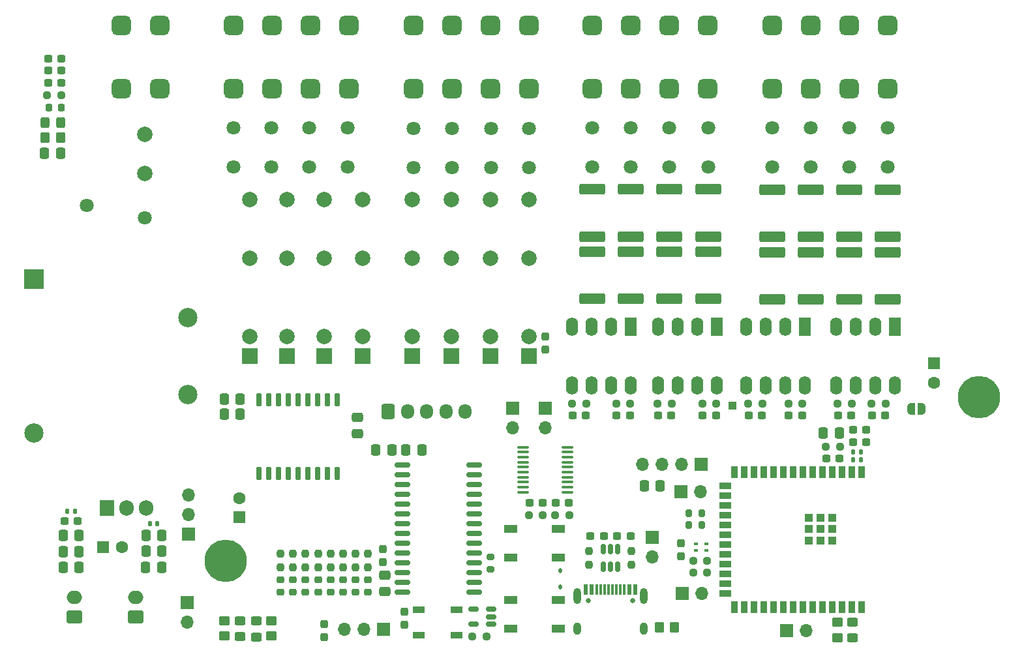
<source format=gbr>
%TF.GenerationSoftware,KiCad,Pcbnew,8.0.4*%
%TF.CreationDate,2024-08-24T15:41:41+02:00*%
%TF.ProjectId,hamodule,68616d6f-6475-46c6-952e-6b696361645f,20240821.23.8*%
%TF.SameCoordinates,Original*%
%TF.FileFunction,Soldermask,Top*%
%TF.FilePolarity,Negative*%
%FSLAX46Y46*%
G04 Gerber Fmt 4.6, Leading zero omitted, Abs format (unit mm)*
G04 Created by KiCad (PCBNEW 8.0.4) date 2024-08-24 15:41:41*
%MOMM*%
%LPD*%
G01*
G04 APERTURE LIST*
G04 Aperture macros list*
%AMRoundRect*
0 Rectangle with rounded corners*
0 $1 Rounding radius*
0 $2 $3 $4 $5 $6 $7 $8 $9 X,Y pos of 4 corners*
0 Add a 4 corners polygon primitive as box body*
4,1,4,$2,$3,$4,$5,$6,$7,$8,$9,$2,$3,0*
0 Add four circle primitives for the rounded corners*
1,1,$1+$1,$2,$3*
1,1,$1+$1,$4,$5*
1,1,$1+$1,$6,$7*
1,1,$1+$1,$8,$9*
0 Add four rect primitives between the rounded corners*
20,1,$1+$1,$2,$3,$4,$5,0*
20,1,$1+$1,$4,$5,$6,$7,0*
20,1,$1+$1,$6,$7,$8,$9,0*
20,1,$1+$1,$8,$9,$2,$3,0*%
%AMFreePoly0*
4,1,19,0.500000,-0.750000,0.000000,-0.750000,0.000000,-0.744911,-0.071157,-0.744911,-0.207708,-0.704816,-0.327430,-0.627875,-0.420627,-0.520320,-0.479746,-0.390866,-0.500000,-0.250000,-0.500000,0.250000,-0.479746,0.390866,-0.420627,0.520320,-0.327430,0.627875,-0.207708,0.704816,-0.071157,0.744911,0.000000,0.744911,0.000000,0.750000,0.500000,0.750000,0.500000,-0.750000,0.500000,-0.750000,
$1*%
%AMFreePoly1*
4,1,19,0.000000,0.744911,0.071157,0.744911,0.207708,0.704816,0.327430,0.627875,0.420627,0.520320,0.479746,0.390866,0.500000,0.250000,0.500000,-0.250000,0.479746,-0.390866,0.420627,-0.520320,0.327430,-0.627875,0.207708,-0.704816,0.071157,-0.744911,0.000000,-0.744911,0.000000,-0.750000,-0.500000,-0.750000,-0.500000,0.750000,0.000000,0.750000,0.000000,0.744911,0.000000,0.744911,
$1*%
G04 Aperture macros list end*
%ADD10R,1.700000X1.700000*%
%ADD11O,1.700000X1.700000*%
%ADD12RoundRect,0.249999X-1.425001X0.450001X-1.425001X-0.450001X1.425001X-0.450001X1.425001X0.450001X0*%
%ADD13C,1.800000*%
%ADD14RoundRect,0.250000X0.450000X-0.325000X0.450000X0.325000X-0.450000X0.325000X-0.450000X-0.325000X0*%
%ADD15RoundRect,0.250000X0.450000X-0.350000X0.450000X0.350000X-0.450000X0.350000X-0.450000X-0.350000X0*%
%ADD16RoundRect,0.250000X0.750000X-0.600000X0.750000X0.600000X-0.750000X0.600000X-0.750000X-0.600000X0*%
%ADD17O,2.000000X1.700000*%
%ADD18RoundRect,0.250000X0.337500X0.475000X-0.337500X0.475000X-0.337500X-0.475000X0.337500X-0.475000X0*%
%ADD19R,2.500000X2.500000*%
%ADD20C,2.500000*%
%ADD21R,1.905000X2.000000*%
%ADD22O,1.905000X2.000000*%
%ADD23RoundRect,0.625000X0.625000X0.625000X-0.625000X0.625000X-0.625000X-0.625000X0.625000X-0.625000X0*%
%ADD24C,2.000000*%
%ADD25R,1.600000X2.400000*%
%ADD26O,1.600000X2.400000*%
%ADD27RoundRect,0.237500X-0.250000X-0.237500X0.250000X-0.237500X0.250000X0.237500X-0.250000X0.237500X0*%
%ADD28RoundRect,0.237500X0.300000X0.237500X-0.300000X0.237500X-0.300000X-0.237500X0.300000X-0.237500X0*%
%ADD29R,1.800000X1.100000*%
%ADD30RoundRect,0.237500X-0.300000X-0.237500X0.300000X-0.237500X0.300000X0.237500X-0.300000X0.237500X0*%
%ADD31RoundRect,0.237500X-0.237500X0.300000X-0.237500X-0.300000X0.237500X-0.300000X0.237500X0.300000X0*%
%ADD32RoundRect,0.150000X0.150000X-0.725000X0.150000X0.725000X-0.150000X0.725000X-0.150000X-0.725000X0*%
%ADD33R,1.600000X1.600000*%
%ADD34C,1.600000*%
%ADD35RoundRect,0.237500X0.237500X-0.250000X0.237500X0.250000X-0.237500X0.250000X-0.237500X-0.250000X0*%
%ADD36RoundRect,0.218750X0.256250X-0.218750X0.256250X0.218750X-0.256250X0.218750X-0.256250X-0.218750X0*%
%ADD37R,2.000000X2.000000*%
%ADD38RoundRect,0.150000X0.512500X0.150000X-0.512500X0.150000X-0.512500X-0.150000X0.512500X-0.150000X0*%
%ADD39RoundRect,0.200000X0.200000X0.275000X-0.200000X0.275000X-0.200000X-0.275000X0.200000X-0.275000X0*%
%ADD40R,0.900000X1.500000*%
%ADD41R,1.500000X0.900000*%
%ADD42R,1.000000X1.000000*%
%ADD43RoundRect,0.237500X0.237500X-0.300000X0.237500X0.300000X-0.237500X0.300000X-0.237500X-0.300000X0*%
%ADD44RoundRect,0.200000X-0.275000X0.200000X-0.275000X-0.200000X0.275000X-0.200000X0.275000X0.200000X0*%
%ADD45RoundRect,0.250000X-0.450000X0.325000X-0.450000X-0.325000X0.450000X-0.325000X0.450000X0.325000X0*%
%ADD46RoundRect,0.250000X-0.337500X-0.475000X0.337500X-0.475000X0.337500X0.475000X-0.337500X0.475000X0*%
%ADD47RoundRect,0.112500X0.112500X-0.187500X0.112500X0.187500X-0.112500X0.187500X-0.112500X-0.187500X0*%
%ADD48RoundRect,0.250000X0.350000X0.450000X-0.350000X0.450000X-0.350000X-0.450000X0.350000X-0.450000X0*%
%ADD49RoundRect,0.140000X-0.140000X-0.170000X0.140000X-0.170000X0.140000X0.170000X-0.140000X0.170000X0*%
%ADD50C,0.650000*%
%ADD51R,0.600000X1.450000*%
%ADD52R,0.300000X1.450000*%
%ADD53O,1.000000X2.100000*%
%ADD54O,1.000000X1.600000*%
%ADD55RoundRect,0.250000X-0.600000X-0.725000X0.600000X-0.725000X0.600000X0.725000X-0.600000X0.725000X0*%
%ADD56O,1.700000X1.950000*%
%ADD57RoundRect,0.100000X0.637500X0.100000X-0.637500X0.100000X-0.637500X-0.100000X0.637500X-0.100000X0*%
%ADD58RoundRect,0.250000X0.325000X0.450000X-0.325000X0.450000X-0.325000X-0.450000X0.325000X-0.450000X0*%
%ADD59RoundRect,0.250000X-0.475000X0.337500X-0.475000X-0.337500X0.475000X-0.337500X0.475000X0.337500X0*%
%ADD60C,5.500000*%
%ADD61RoundRect,0.140000X0.140000X0.170000X-0.140000X0.170000X-0.140000X-0.170000X0.140000X-0.170000X0*%
%ADD62RoundRect,0.250000X-0.350000X-0.450000X0.350000X-0.450000X0.350000X0.450000X-0.350000X0.450000X0*%
%ADD63R,0.500000X0.300000*%
%ADD64RoundRect,0.150000X-0.875000X-0.150000X0.875000X-0.150000X0.875000X0.150000X-0.875000X0.150000X0*%
%ADD65RoundRect,0.150000X0.150000X-0.512500X0.150000X0.512500X-0.150000X0.512500X-0.150000X-0.512500X0*%
%ADD66RoundRect,0.237500X0.250000X0.237500X-0.250000X0.237500X-0.250000X-0.237500X0.250000X-0.237500X0*%
%ADD67FreePoly0,0.000000*%
%ADD68FreePoly1,0.000000*%
%ADD69RoundRect,0.218750X0.218750X0.256250X-0.218750X0.256250X-0.218750X-0.256250X0.218750X-0.256250X0*%
G04 APERTURE END LIST*
D10*
%TO.C,J5*%
X23674000Y5448400D03*
D11*
X23674000Y2908400D03*
%TD*%
D12*
%TO.C,R12*%
X76275000Y59056900D03*
X76275000Y52956900D03*
%TD*%
%TO.C,R11*%
X81228000Y59056900D03*
X81228000Y52956900D03*
%TD*%
D13*
%TO.C,RV1*%
X10626400Y57005330D03*
X18126400Y55372000D03*
%TD*%
D12*
%TO.C,R19*%
X81228000Y51005100D03*
X81228000Y44905100D03*
%TD*%
%TO.C,R20*%
X76275000Y51005100D03*
X76275000Y44905100D03*
%TD*%
D14*
%TO.C,D2*%
X30524000Y993400D03*
X30524000Y3043400D03*
%TD*%
D15*
%TO.C,R7*%
X28524000Y1068400D03*
X28524000Y3068400D03*
%TD*%
D16*
%TO.C,J1*%
X16963300Y3568700D03*
D17*
X16963300Y6068700D03*
%TD*%
D18*
%TO.C,C14*%
X9644200Y14098600D03*
X7569200Y14098600D03*
%TD*%
%TO.C,C8*%
X20361500Y12068400D03*
X18286500Y12068400D03*
%TD*%
D19*
%TO.C,PS1*%
X3780000Y47421800D03*
D20*
X3780000Y27421800D03*
X23780000Y32421800D03*
X23780000Y42421800D03*
%TD*%
D21*
%TO.C,U1*%
X13242700Y17729200D03*
D22*
X15782700Y17729200D03*
X18322700Y17729200D03*
%TD*%
D23*
%TO.C,J15*%
X44691800Y72136000D03*
X44691800Y80335999D03*
X39691800Y72136000D03*
X39691800Y80335999D03*
X34691800Y72136000D03*
X34691800Y80335999D03*
X29691800Y72136000D03*
X29691800Y80335999D03*
%TD*%
%TO.C,J2*%
X20144000Y72112401D03*
X20144000Y80312400D03*
X15144000Y72112401D03*
X15144000Y80312400D03*
%TD*%
%TO.C,J7*%
X91264000Y72140201D03*
X91264000Y80340200D03*
X86264000Y72140201D03*
X86264000Y80340200D03*
X81264000Y72140201D03*
X81264000Y80340200D03*
X76264000Y72140201D03*
X76264000Y80340200D03*
%TD*%
D24*
%TO.C,F1*%
X18161000Y66243200D03*
X18151000Y61163200D03*
%TD*%
D25*
%TO.C,U4*%
X115513178Y41232282D03*
D26*
X112973178Y41232282D03*
X110433178Y41232282D03*
X107893178Y41232282D03*
X107893178Y33612282D03*
X110433178Y33612282D03*
X112973178Y33612282D03*
X115513178Y33612282D03*
%TD*%
D12*
%TO.C,R21*%
X91286400Y51005100D03*
X91286400Y44905100D03*
%TD*%
%TO.C,R10*%
X86257200Y59056900D03*
X86257200Y52956900D03*
%TD*%
%TO.C,R9*%
X91286400Y59056900D03*
X91286400Y52956900D03*
%TD*%
D25*
%TO.C,U7*%
X81205300Y41228800D03*
D26*
X78665300Y41228800D03*
X76125300Y41228800D03*
X73585300Y41228800D03*
X73585300Y33608800D03*
X76125300Y33608800D03*
X78665300Y33608800D03*
X81205300Y33608800D03*
%TD*%
D25*
%TO.C,U6*%
X92381300Y41228800D03*
D26*
X89841300Y41228800D03*
X87301300Y41228800D03*
X84761300Y41228800D03*
X84761300Y33608800D03*
X87301300Y33608800D03*
X89841300Y33608800D03*
X92381300Y33608800D03*
%TD*%
D12*
%TO.C,R22*%
X86257200Y51005100D03*
X86257200Y44905100D03*
%TD*%
D27*
%TO.C,R1*%
X106588402Y25681201D03*
X108413402Y25681201D03*
%TD*%
D28*
%TO.C,C3*%
X108350902Y24157201D03*
X106625902Y24157201D03*
%TD*%
D16*
%TO.C,J4*%
X9038500Y3568700D03*
D17*
X9038500Y6068700D03*
%TD*%
D29*
%TO.C,SW2*%
X65671000Y14968400D03*
X71871000Y14968400D03*
X65671000Y11268400D03*
X71871000Y11268400D03*
%TD*%
%TO.C,SW3*%
X65669800Y5765800D03*
X71869800Y5765800D03*
X65669800Y2065800D03*
X71869800Y2065800D03*
%TD*%
D10*
%TO.C,J10*%
X101429402Y1808701D03*
D11*
X103969402Y1808701D03*
%TD*%
D30*
%TO.C,C6*%
X110099000Y26268400D03*
X111824000Y26268400D03*
%TD*%
D31*
%TO.C,C30*%
X87779402Y13161201D03*
X87779402Y11436201D03*
%TD*%
D10*
%TO.C,J19*%
X70124000Y30608400D03*
D11*
X70124000Y28068400D03*
%TD*%
D28*
%TO.C,C11*%
X77724000Y14078701D03*
X75999000Y14078701D03*
%TD*%
D14*
%TO.C,D3*%
X32624000Y968400D03*
X32624000Y3018400D03*
%TD*%
D32*
%TO.C,U11*%
X32964000Y22168400D03*
X34234000Y22168400D03*
X35504000Y22168400D03*
X36774000Y22168400D03*
X38044000Y22168400D03*
X39314000Y22168400D03*
X40584000Y22168400D03*
X41854000Y22168400D03*
X43124000Y22168400D03*
X43124000Y31718400D03*
X41854000Y31718400D03*
X40584000Y31718400D03*
X39314000Y31718400D03*
X38044000Y31718400D03*
X36774000Y31718400D03*
X35504000Y31718400D03*
X34234000Y31718400D03*
X32964000Y31718400D03*
%TD*%
D33*
%TO.C,C19*%
X120624000Y36468400D03*
D34*
X120624000Y33968400D03*
%TD*%
D10*
%TO.C,J14*%
X90364000Y23368400D03*
D11*
X87824000Y23368400D03*
X85284000Y23368400D03*
X82744000Y23368400D03*
%TD*%
D35*
%TO.C,R46*%
X37396000Y9965496D03*
X37396000Y11790496D03*
%TD*%
D23*
%TO.C,J6*%
X114621702Y72140201D03*
X114621702Y80340200D03*
X109621702Y72140201D03*
X109621702Y80340200D03*
X104621702Y72140201D03*
X104621702Y80340200D03*
X99621702Y72140201D03*
X99621702Y80340200D03*
%TD*%
%TO.C,J16*%
X68059800Y72136000D03*
X68059800Y80335999D03*
X63059800Y72136000D03*
X63059800Y80335999D03*
X58059800Y72136000D03*
X58059800Y80335999D03*
X53059800Y72136000D03*
X53059800Y80335999D03*
%TD*%
D35*
%TO.C,R45*%
X35770400Y9967396D03*
X35770400Y11792396D03*
%TD*%
D12*
%TO.C,R25*%
X104583200Y50900600D03*
X104583200Y44800600D03*
%TD*%
D30*
%TO.C,C25*%
X96524002Y29707101D03*
X98249002Y29707101D03*
%TD*%
D28*
%TO.C,C40*%
X7324000Y74468400D03*
X5599000Y74468400D03*
%TD*%
D12*
%TO.C,R15*%
X104583200Y59032600D03*
X104583200Y52932600D03*
%TD*%
D36*
%TO.C,D5*%
X35770400Y6790296D03*
X35770400Y8365296D03*
%TD*%
D30*
%TO.C,C23*%
X108156102Y29707101D03*
X109881102Y29707101D03*
%TD*%
D13*
%TO.C,F15*%
X58026800Y61849000D03*
X58026800Y66929000D03*
%TD*%
D15*
%TO.C,R8*%
X34624000Y1068400D03*
X34624000Y3068400D03*
%TD*%
D27*
%TO.C,R32*%
X84738626Y31255920D03*
X86563626Y31255920D03*
%TD*%
D37*
%TO.C,K5*%
X52911000Y37424500D03*
D24*
X52911000Y39964500D03*
X52911000Y50124500D03*
X52911000Y57744500D03*
%TD*%
D10*
%TO.C,J12*%
X87724000Y19768400D03*
D11*
X90264000Y19768400D03*
%TD*%
D13*
%TO.C,F4*%
X81228000Y61952500D03*
X81228000Y67032500D03*
%TD*%
D35*
%TO.C,R50*%
X43898400Y9967396D03*
X43898400Y11792396D03*
%TD*%
%TO.C,R49*%
X42272800Y9965496D03*
X42272800Y11790496D03*
%TD*%
D12*
%TO.C,R26*%
X99644200Y50852800D03*
X99644200Y44752800D03*
%TD*%
D27*
%TO.C,R34*%
X73611526Y31255920D03*
X75436526Y31255920D03*
%TD*%
D38*
%TO.C,U10*%
X63124000Y2641600D03*
X63124000Y3591600D03*
X63124000Y4541600D03*
X60849000Y4541600D03*
X60849000Y2641600D03*
%TD*%
D39*
%TO.C,R5*%
X90454402Y16988701D03*
X88804402Y16988701D03*
%TD*%
D33*
%TO.C,C18*%
X30424000Y16486020D03*
D34*
X30424000Y18986020D03*
%TD*%
D27*
%TO.C,R27*%
X112511500Y31231101D03*
X114336500Y31231101D03*
%TD*%
D12*
%TO.C,R16*%
X99644200Y58982800D03*
X99644200Y52882800D03*
%TD*%
D39*
%TO.C,R6*%
X90454402Y15513701D03*
X88804402Y15513701D03*
%TD*%
D40*
%TO.C,U3*%
X111239402Y22348701D03*
X109969402Y22348701D03*
X108699402Y22348701D03*
X107429402Y22348701D03*
X106159402Y22348701D03*
X104889402Y22348701D03*
X103619402Y22348701D03*
X102349402Y22348701D03*
X101079402Y22348701D03*
X99809402Y22348701D03*
X98539402Y22348701D03*
X97269402Y22348701D03*
X95999402Y22348701D03*
X94729402Y22348701D03*
D41*
X93479402Y20583701D03*
X93479402Y19313701D03*
X93479402Y18043701D03*
X93479402Y16773701D03*
X93479402Y15503701D03*
X93479402Y14233701D03*
X93479402Y12963701D03*
X93479402Y11693701D03*
X93479402Y10423701D03*
X93479402Y9153701D03*
X93479402Y7883701D03*
X93479402Y6613701D03*
D40*
X94729402Y4848701D03*
X95999402Y4848701D03*
X97269402Y4848701D03*
X98539402Y4848701D03*
X99809402Y4848701D03*
X101079402Y4848701D03*
X102349402Y4848701D03*
X103619402Y4848701D03*
X104889402Y4848701D03*
X106159402Y4848701D03*
X107429402Y4848701D03*
X108699402Y4848701D03*
X109969402Y4848701D03*
X111239402Y4848701D03*
D42*
X107389402Y16458701D03*
X105889402Y16458701D03*
X104389402Y16458701D03*
X107389402Y14958701D03*
X105889402Y14958701D03*
X104389402Y14958701D03*
X107389402Y13458701D03*
X105889402Y13458701D03*
X104389402Y13458701D03*
%TD*%
D12*
%TO.C,R13*%
X114616200Y59032600D03*
X114616200Y52932600D03*
%TD*%
D36*
%TO.C,D10*%
X43898400Y6790396D03*
X43898400Y8365396D03*
%TD*%
D37*
%TO.C,K6*%
X57991000Y37424500D03*
D24*
X57991000Y39964500D03*
X57991000Y50124500D03*
X57991000Y57744500D03*
%TD*%
D27*
%TO.C,R44*%
X60659400Y1051600D03*
X62484400Y1051600D03*
%TD*%
D13*
%TO.C,F2*%
X91286400Y61952500D03*
X91286400Y67032500D03*
%TD*%
D10*
%TO.C,J17*%
X65924000Y30608400D03*
D11*
X65924000Y28068400D03*
%TD*%
D10*
%TO.C,J13*%
X84039402Y13923701D03*
D11*
X84039402Y11383701D03*
%TD*%
D13*
%TO.C,F7*%
X109626400Y61950600D03*
X109626400Y67030600D03*
%TD*%
D43*
%TO.C,C31*%
X51839200Y2540700D03*
X51839200Y4265700D03*
%TD*%
D44*
%TO.C,R43*%
X63024000Y11368400D03*
X63024000Y9718400D03*
%TD*%
D10*
%TO.C,J11*%
X87929800Y6578600D03*
D11*
X90469800Y6578600D03*
%TD*%
D27*
%TO.C,R29*%
X101706402Y31231101D03*
X103531402Y31231101D03*
%TD*%
D42*
%TO.C,TP1*%
X94424000Y30968400D03*
%TD*%
D45*
%TO.C,D13*%
X110058200Y2879200D03*
X110058200Y829200D03*
%TD*%
D46*
%TO.C,C35*%
X48149000Y25268400D03*
X50224000Y25268400D03*
%TD*%
D43*
%TO.C,C34*%
X49024000Y10668400D03*
X49024000Y12393400D03*
%TD*%
D47*
%TO.C,D1*%
X72124000Y7468400D03*
X72124000Y9568400D03*
%TD*%
D13*
%TO.C,F8*%
X104621800Y61950600D03*
X104621800Y67030600D03*
%TD*%
%TO.C,F13*%
X44532300Y61935500D03*
X44532300Y67015500D03*
%TD*%
D25*
%TO.C,U5*%
X103829178Y41232282D03*
D26*
X101289178Y41232282D03*
X98749178Y41232282D03*
X96209178Y41232282D03*
X96209178Y33612282D03*
X98749178Y33612282D03*
X101289178Y33612282D03*
X103829178Y33612282D03*
%TD*%
D12*
%TO.C,R14*%
X109637800Y59032600D03*
X109637800Y52932600D03*
%TD*%
D28*
%TO.C,C22*%
X114286500Y29707101D03*
X112561500Y29707101D03*
%TD*%
D18*
%TO.C,C15*%
X9644200Y12041200D03*
X7569200Y12041200D03*
%TD*%
D10*
%TO.C,J8*%
X49116800Y1966700D03*
D11*
X46576800Y1966700D03*
X44036800Y1966700D03*
%TD*%
D30*
%TO.C,C42*%
X5599000Y72868400D03*
X7324000Y72868400D03*
%TD*%
D48*
%TO.C,R55*%
X7224000Y65768400D03*
X5224000Y65768400D03*
%TD*%
D49*
%TO.C,C44*%
X110144000Y24968400D03*
X111104000Y24968400D03*
%TD*%
D13*
%TO.C,F14*%
X53073800Y61849000D03*
X53073800Y66929000D03*
%TD*%
D50*
%TO.C,J3*%
X75715402Y5692801D03*
X81495402Y5692801D03*
D51*
X75355402Y7137801D03*
X76155402Y7137801D03*
D52*
X77355402Y7137801D03*
X78355402Y7137801D03*
X78855402Y7137801D03*
X79855402Y7137801D03*
D51*
X81055402Y7137801D03*
X81855402Y7137801D03*
X81855402Y7137801D03*
X81055402Y7137801D03*
D52*
X80355402Y7137801D03*
X79355402Y7137801D03*
X77855402Y7137801D03*
X76855402Y7137801D03*
D51*
X76155402Y7137801D03*
X75355402Y7137801D03*
D53*
X74285402Y6222801D03*
D54*
X74285402Y2042801D03*
D53*
X82925402Y6222801D03*
D54*
X82925402Y2042801D03*
%TD*%
D27*
%TO.C,R31*%
X90529826Y31255920D03*
X92354826Y31255920D03*
%TD*%
D30*
%TO.C,C47*%
X71486500Y18368400D03*
X73211500Y18368400D03*
%TD*%
D55*
%TO.C,J9*%
X49762400Y30243000D03*
D56*
X52262400Y30243000D03*
X54762400Y30243000D03*
X57262400Y30243000D03*
X59762400Y30243000D03*
%TD*%
D27*
%TO.C,R36*%
X67986500Y16768400D03*
X69811500Y16768400D03*
%TD*%
D35*
%TO.C,R47*%
X39021600Y9965496D03*
X39021600Y11790496D03*
%TD*%
D10*
%TO.C,SW1*%
X23834000Y14298400D03*
D11*
X23834000Y16838400D03*
X23834000Y19378400D03*
%TD*%
D30*
%TO.C,C27*%
X84785626Y29731920D03*
X86510626Y29731920D03*
%TD*%
D36*
%TO.C,D12*%
X47149600Y6790396D03*
X47149600Y8365396D03*
%TD*%
D57*
%TO.C,U9*%
X72986500Y19743400D03*
X72986500Y20393400D03*
X72986500Y21043400D03*
X72986500Y21693400D03*
X72986500Y22343400D03*
X72986500Y22993400D03*
X72986500Y23643400D03*
X72986500Y24293400D03*
X72986500Y24943400D03*
X72986500Y25593400D03*
X67261500Y25593400D03*
X67261500Y24943400D03*
X67261500Y24293400D03*
X67261500Y23643400D03*
X67261500Y22993400D03*
X67261500Y22343400D03*
X67261500Y21693400D03*
X67261500Y21043400D03*
X67261500Y20393400D03*
X67261500Y19743400D03*
%TD*%
D30*
%TO.C,C28*%
X79402600Y29731920D03*
X81127600Y29731920D03*
%TD*%
D18*
%TO.C,C10*%
X20353700Y10004400D03*
X18278700Y10004400D03*
%TD*%
D13*
%TO.C,F6*%
X114604800Y61950600D03*
X114604800Y67030600D03*
%TD*%
%TO.C,F3*%
X86257200Y61952500D03*
X86257200Y67032500D03*
%TD*%
D27*
%TO.C,R30*%
X96474002Y31231101D03*
X98299002Y31231101D03*
%TD*%
D58*
%TO.C,D14*%
X7224000Y67768400D03*
X5174000Y67768400D03*
%TD*%
D36*
%TO.C,D6*%
X37396000Y6790396D03*
X37396000Y8365396D03*
%TD*%
D31*
%TO.C,C33*%
X41427400Y2615100D03*
X41427400Y890100D03*
%TD*%
D13*
%TO.C,F16*%
X63106800Y61849000D03*
X63106800Y66929000D03*
%TD*%
D46*
%TO.C,C38*%
X82986500Y20568400D03*
X85061500Y20568400D03*
%TD*%
D35*
%TO.C,R52*%
X47149600Y9967396D03*
X47149600Y11792396D03*
%TD*%
D30*
%TO.C,C24*%
X101756402Y29707101D03*
X103481402Y29707101D03*
%TD*%
D46*
%TO.C,C36*%
X52049000Y25268400D03*
X54124000Y25268400D03*
%TD*%
D28*
%TO.C,C26*%
X92301826Y29731920D03*
X90576826Y29731920D03*
%TD*%
D59*
%TO.C,C37*%
X45724000Y29443400D03*
X45724000Y27368400D03*
%TD*%
D41*
%TO.C,D4*%
X53724000Y4518400D03*
X53724000Y1218400D03*
X58624000Y1218400D03*
X58624000Y4518400D03*
%TD*%
D60*
%TO.C,H5*%
X28664000Y10858400D03*
%TD*%
D27*
%TO.C,R35*%
X71424000Y16768400D03*
X73249000Y16768400D03*
%TD*%
D35*
%TO.C,R4*%
X81309402Y10296201D03*
X81309402Y12121201D03*
%TD*%
D61*
%TO.C,C49*%
X9084000Y17268400D03*
X8124000Y17268400D03*
%TD*%
D35*
%TO.C,R51*%
X45524000Y9967396D03*
X45524000Y11792396D03*
%TD*%
D28*
%TO.C,C46*%
X69811500Y18368400D03*
X68086500Y18368400D03*
%TD*%
%TO.C,C17*%
X9449000Y15968400D03*
X7724000Y15968400D03*
%TD*%
D37*
%TO.C,K1*%
X31818300Y37424500D03*
D24*
X31818300Y39964500D03*
X31818300Y50124500D03*
X31818300Y57744500D03*
%TD*%
D37*
%TO.C,K2*%
X36644300Y37424500D03*
D24*
X36644300Y39964500D03*
X36644300Y50124500D03*
X36644300Y57744500D03*
%TD*%
D13*
%TO.C,F11*%
X34612300Y61935500D03*
X34612300Y67015500D03*
%TD*%
D37*
%TO.C,K4*%
X46423300Y37424500D03*
D24*
X46423300Y39964500D03*
X46423300Y50124500D03*
X46423300Y57744500D03*
%TD*%
D37*
%TO.C,K7*%
X63071000Y37424500D03*
D24*
X63071000Y39964500D03*
X63071000Y50124500D03*
X63071000Y57744500D03*
%TD*%
D37*
%TO.C,K8*%
X68024000Y37424500D03*
D24*
X68024000Y39964500D03*
X68024000Y50124500D03*
X68024000Y57744500D03*
%TD*%
D18*
%TO.C,C21*%
X30524000Y29868400D03*
X28449000Y29868400D03*
%TD*%
D62*
%TO.C,R2*%
X84944200Y2184400D03*
X86944200Y2184400D03*
%TD*%
D63*
%TO.C,U8*%
X91089402Y12205101D03*
X91089402Y13005101D03*
X89689402Y13005101D03*
X89689402Y12205101D03*
%TD*%
D64*
%TO.C,U13*%
X51624000Y23248400D03*
X51624000Y21978400D03*
X51624000Y20708400D03*
X51624000Y19438400D03*
X51624000Y18168400D03*
X51624000Y16898400D03*
X51624000Y15628400D03*
X51624000Y14358400D03*
X51624000Y13088400D03*
X51624000Y11818400D03*
X51624000Y10548400D03*
X51624000Y9278400D03*
X51624000Y8008400D03*
X51624000Y6738400D03*
X60924000Y6738400D03*
X60924000Y8008400D03*
X60924000Y9278400D03*
X60924000Y10548400D03*
X60924000Y11818400D03*
X60924000Y13088400D03*
X60924000Y14358400D03*
X60924000Y15628400D03*
X60924000Y16898400D03*
X60924000Y18168400D03*
X60924000Y19438400D03*
X60924000Y20708400D03*
X60924000Y21978400D03*
X60924000Y23248400D03*
%TD*%
D36*
%TO.C,D8*%
X40647200Y6790396D03*
X40647200Y8365396D03*
%TD*%
D65*
%TO.C,U2*%
X77659402Y10101201D03*
X78609402Y10101201D03*
X79559402Y10101201D03*
X79559402Y12376201D03*
X78609402Y12376201D03*
X77659402Y12376201D03*
%TD*%
D37*
%TO.C,K3*%
X41470300Y37424500D03*
D24*
X41470300Y39964500D03*
X41470300Y50124500D03*
X41470300Y57744500D03*
%TD*%
D30*
%TO.C,C13*%
X79499000Y14078701D03*
X81224000Y14078701D03*
%TD*%
D60*
%TO.C,H4*%
X126424000Y32080200D03*
%TD*%
D46*
%TO.C,C41*%
X5149000Y63768400D03*
X7224000Y63768400D03*
%TD*%
D27*
%TO.C,R17*%
X89358502Y10795000D03*
X91183502Y10795000D03*
%TD*%
D18*
%TO.C,C16*%
X9644200Y10009200D03*
X7569200Y10009200D03*
%TD*%
D36*
%TO.C,D7*%
X39021600Y6790396D03*
X39021600Y8365396D03*
%TD*%
D12*
%TO.C,R24*%
X109637800Y50904600D03*
X109637800Y44804600D03*
%TD*%
D33*
%TO.C,C12*%
X12734700Y12649200D03*
D34*
X15234700Y12649200D03*
%TD*%
D13*
%TO.C,F9*%
X99621800Y61980000D03*
X99621800Y67060000D03*
%TD*%
%TO.C,F5*%
X76249600Y61952500D03*
X76249600Y67032500D03*
%TD*%
D66*
%TO.C,R54*%
X7324000Y71268400D03*
X5499000Y71268400D03*
%TD*%
D36*
%TO.C,D9*%
X42272800Y6790396D03*
X42272800Y8365396D03*
%TD*%
D67*
%TO.C,JP1*%
X117674000Y30568400D03*
D68*
X118974000Y30568400D03*
%TD*%
D12*
%TO.C,R23*%
X114616200Y50904600D03*
X114616200Y44804600D03*
%TD*%
D30*
%TO.C,C4*%
X110099000Y27868400D03*
X111824000Y27868400D03*
%TD*%
D18*
%TO.C,C5*%
X20361500Y14168400D03*
X18286500Y14168400D03*
%TD*%
D13*
%TO.C,F17*%
X68059800Y61849000D03*
X68059800Y66929000D03*
%TD*%
D18*
%TO.C,C20*%
X30524000Y31868400D03*
X28449000Y31868400D03*
%TD*%
D35*
%TO.C,R48*%
X40647200Y9965496D03*
X40647200Y11790496D03*
%TD*%
D49*
%TO.C,C43*%
X110144000Y23968400D03*
X111104000Y23968400D03*
%TD*%
D27*
%TO.C,R33*%
X79351926Y31267400D03*
X81176926Y31267400D03*
%TD*%
D28*
%TO.C,C39*%
X7324000Y76068400D03*
X5599000Y76068400D03*
%TD*%
D27*
%TO.C,R18*%
X89358502Y9271000D03*
X91183502Y9271000D03*
%TD*%
D13*
%TO.C,F10*%
X29659300Y61935500D03*
X29659300Y67015500D03*
%TD*%
D15*
%TO.C,R53*%
X108102400Y854200D03*
X108102400Y2854200D03*
%TD*%
D35*
%TO.C,R3*%
X75839402Y10316201D03*
X75839402Y12141201D03*
%TD*%
D31*
%TO.C,C9*%
X70154000Y39953400D03*
X70154000Y38228400D03*
%TD*%
D30*
%TO.C,C29*%
X73660426Y29731920D03*
X75385426Y29731920D03*
%TD*%
D13*
%TO.C,F12*%
X39532300Y61935500D03*
X39532300Y67015500D03*
%TD*%
D18*
%TO.C,C7*%
X108324000Y27468400D03*
X106249000Y27468400D03*
%TD*%
D61*
%TO.C,C48*%
X19784000Y15668400D03*
X18824000Y15668400D03*
%TD*%
D59*
%TO.C,C32*%
X49324000Y8943400D03*
X49324000Y6868400D03*
%TD*%
D36*
%TO.C,D11*%
X45524000Y6790396D03*
X45524000Y8365396D03*
%TD*%
D27*
%TO.C,R28*%
X108105302Y31231101D03*
X109930302Y31231101D03*
%TD*%
D69*
%TO.C,D15*%
X7324000Y69668400D03*
X5749000Y69668400D03*
%TD*%
M02*

</source>
